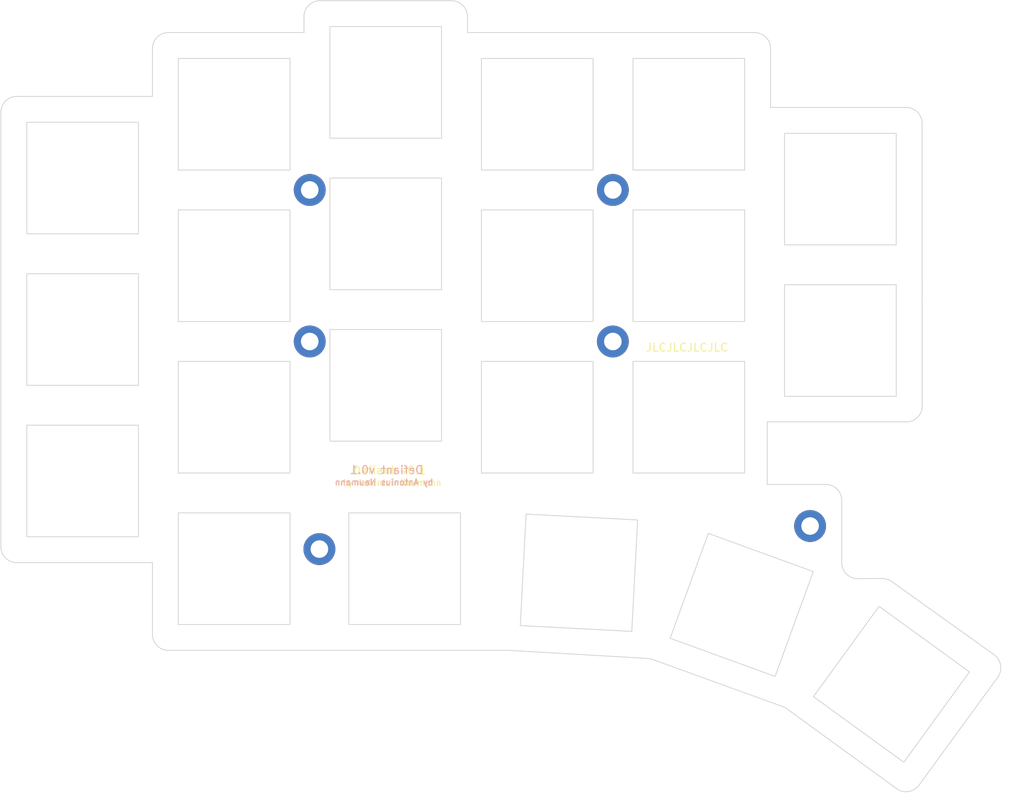
<source format=kicad_pcb>
(kicad_pcb (version 20221018) (generator pcbnew)
  (title_block (title "Defiant") (date "2024-02-18") (rev "v0.1"))
  (layers (0 "F.Cu" signal) (31 "B.Cu" signal) (34 "B.Paste" user) (35 "F.Paste" user) (36 "B.SilkS" user "B.Silkscreen") (37 "F.SilkS" user "F.Silkscreen") (38 "B.Mask" user) (39 "F.Mask" user) (44 "Edge.Cuts" user))
  (net 0 "")
  (footprint "Defiant:SW_Gateron_LowProfile_Plate" (layer "F.Cu") (at 109.018816 119.060449)
    (fp_text reference "T0" hide)
    (fp_text value "SW_PUSH" hide)
    (fp_rect (start -7 -7) (end 7 7) (stroke (width 0.1)) (fill none) (layer "Edge.Cuts"))
  )
  (footprint "Defiant:SW_Gateron_LowProfile_Plate" (layer "F.Cu") (at 152.244251 119.573324 -3)
    (fp_text reference "T2" hide)
    (fp_text value "SW_PUSH" hide)
    (fp_rect (start -7 -7) (end 7 7) (stroke (width 0.1)) (fill none) (layer "Edge.Cuts"))
  )
  (footprint "Seeedstudio XIAO:Screw Hole M2" (layer "F.Cu") (at 118.494251 90.563323)
    (fp_text reference "REF**" hide)
    (fp_text value "Screw Hole M2")
    (pad "1" thru_hole circle (at 0 0) (size 4 4) (drill 2.2) (layers "*.Cu" "*.Mask"))
  )
  (footprint "" (layer "F.Cu") (at 181.22 113.71)
    (fp_text reference "" (at 0 0) (layer "F.SilkS") (effects (font (size 1.27 1.27))))
    (fp_text value "" (at 0 0) (layer "F.SilkS") (effects (font (size 1.27 1.27))))
    (pad "1" thru_hole circle (at 0 0) (size 4 4) (drill 2.2) (layers "*.Cu" "*.Mask"))
  )
  (footprint "" (layer "F.Cu") (at 119.704251 116.603323)
    (fp_text reference "" (at 0 0) (layer "F.SilkS") (effects (font (size 1.27 1.27))))
    (fp_text value "" (at 0 0) (layer "F.SilkS") (effects (font (size 1.27 1.27))))
    (pad "1" thru_hole circle (at 0 0) (size 4 4) (drill 2.2) (layers "*.Cu" "*.Mask"))
  )
  (footprint "Defiant:SW_Gateron_LowProfile_Plate" (layer "F.Cu") (at 185.018821 71.443323)
    (fp_text reference "C5R2" hide)
    (fp_text value "SW_PUSH" hide)
    (fp_rect (start -7 -7) (end 7 7) (stroke (width 0.1)) (fill none) (layer "Edge.Cuts"))
  )
  (footprint "Defiant:SW_Gateron_LowProfile_Plate" (layer "F.Cu") (at 191.41961 133.562895 -36)
    (fp_text reference "T4" hide)
    (fp_text value "SW_PUSH" hide)
    (fp_rect (start -7 -7) (end 7 7) (stroke (width 0.1)) (fill none) (layer "Edge.Cuts"))
  )
  (footprint "Defiant:SW_Gateron_LowProfile_Plate" (layer "F.Cu") (at 130.393816 119.060448)
    (fp_text reference "T1" hide)
    (fp_text value "SW_PUSH" hide)
    (fp_rect (start -7 -7) (end 7 7) (stroke (width 0.1)) (fill none) (layer "Edge.Cuts"))
  )
  (footprint "Seeedstudio XIAO:Screw Hole M2" (layer "F.Cu") (at 156.494251 71.553323)
    (fp_text reference "REF**" hide)
    (fp_text value "Screw Hole M2")
    (pad "1" thru_hole circle (at 0 0) (size 4 4) (drill 2.2) (layers "*.Cu" "*.Mask"))
  )
  (footprint "Defiant:SW_Gateron_LowProfile_Plate" (layer "F.Cu") (at 172.64683 123.606691 -20)
    (fp_text reference "T3" hide)
    (fp_text value "SW_PUSH" hide)
    (fp_rect (start -7 -7) (end 7 7) (stroke (width 0.1)) (fill none) (layer "Edge.Cuts"))
  )
  (footprint "Defiant:SW_Gateron_LowProfile_Plate" (layer "F.Cu") (at 185.018821 90.443323)
    (fp_text reference "C5R3" hide)
    (fp_text value "SW_PUSH" hide)
    (fp_rect (start -7 -7) (end 7 7) (stroke (width 0.1)) (fill none) (layer "Edge.Cuts"))
  )
  (footprint "Seeedstudio XIAO:Screw Hole M2" (layer "F.Cu") (at 118.494251 71.553323)
    (fp_text reference "REF**" hide)
    (fp_text value "Screw Hole M2")
    (pad "1" thru_hole circle (at 0 0) (size 4 4) (drill 2.2) (layers "*.Cu" "*.Mask"))
  )
  (footprint "Seeedstudio XIAO:Screw Hole M2" (layer "F.Cu") (at 156.494251 90.563323)
    (fp_text reference "REF**" hide)
    (fp_text value "Screw Hole M2")
    (pad "1" thru_hole circle (at 0 0) (size 4 4) (drill 2.2) (layers "*.Cu" "*.Mask"))
  )
  (footprint "Defiant:SW_Gateron_LowProfile_Plate" (layer "B.Cu") (at 147.018815 62.060448 180)
    (fp_text reference "C3R1" hide)
    (fp_text value "SW_PUSH" hide)
    (fp_rect (start -7 7) (end 7 -7) (stroke (width 0.1)) (fill none) (layer "Edge.Cuts"))
  )
  (footprint "Defiant:SW_Gateron_LowProfile_Plate" (layer "B.Cu") (at 147.018816 100.060447 180)
    (fp_text reference "C3R3" hide)
    (fp_text value "SW_PUSH" hide)
    (fp_rect (start -7 7) (end 7 -7) (stroke (width 0.1)) (fill none) (layer "Edge.Cuts"))
  )
  (footprint "Defiant:SW_Gateron_LowProfile_Plate" (layer "B.Cu") (at 128.018815 96.060447 180)
    (fp_text reference "C2R3" hide)
    (fp_text value "SW_PUSH" hide)
    (fp_rect (start -7 7) (end 7 -7) (stroke (width 0.1)) (fill none) (layer "Edge.Cuts"))
  )
  (footprint "Defiant:SW_Gateron_LowProfile_Plate" (layer "B.Cu") (at 147.018815 81.060448 180)
    (fp_text reference "C3R2" hide)
    (fp_text value "SW_PUSH" hide)
    (fp_rect (start -7 7) (end 7 -7) (stroke (width 0.1)) (fill none) (layer "Edge.Cuts"))
  )
  (footprint "Defiant:SW_Gateron_LowProfile_Plate" (layer "B.Cu") (at 90.018816 89.060447 180)
    (fp_text reference "C0R2" hide)
    (fp_text value "SW_PUSH" hide)
    (fp_rect (start -7 7) (end 7 -7) (stroke (width 0.1)) (fill none) (layer "Edge.Cuts"))
  )
  (footprint "Defiant:SW_Gateron_LowProfile_Plate" (layer "B.Cu") (at 90.018816 70.060448 180)
    (fp_text reference "C0R1" hide)
    (fp_text value "SW_PUSH" hide)
    (fp_rect (start -7 7) (end 7 -7) (stroke (width 0.1)) (fill none) (layer "Edge.Cuts"))
  )
  (footprint "Defiant:SW_Gateron_LowProfile_Plate" (layer "B.Cu") (at 90.018815 108.060447 180)
    (fp_text reference "C0R3" hide)
    (fp_text value "SW_PUSH" hide)
    (fp_rect (start -7 7) (end 7 -7) (stroke (width 0.1)) (fill none) (layer "Edge.Cuts"))
  )
  (footprint "Defiant:SW_Gateron_LowProfile_Plate" (layer "B.Cu") (at 166.018816 81.060447 180)
    (fp_text reference "C4R2" hide)
    (fp_text value "SW_PUSH" hide)
    (fp_rect (start -7 7) (end 7 -7) (stroke (width 0.1)) (fill none) (layer "Edge.Cuts"))
  )
  (footprint "Defiant:SW_Gateron_LowProfile_Plate" (layer "B.Cu") (at 109.018815 100.060447 180)
    (fp_text reference "C1R3" hide)
    (fp_text value "SW_PUSH" hide)
    (fp_rect (start -7 7) (end 7 -7) (stroke (width 0.1)) (fill none) (layer "Edge.Cuts"))
  )
  (footprint "Defiant:SW_Gateron_LowProfile_Plate" (layer "B.Cu") (at 128.018815 77.060447 180)
    (fp_text reference "C2R2" hide)
    (fp_text value "SW_PUSH" hide)
    (fp_rect (start -7 7) (end 7 -7) (stroke (width 0.1)) (fill none) (layer "Edge.Cuts"))
  )
  (footprint "Defiant:SW_Gateron_LowProfile_Plate" (layer "B.Cu") (at 128.018815 58.060447 180)
    (fp_text reference "C2R1" hide)
    (fp_text value "SW_PUSH" hide)
    (fp_rect (start -7 7) (end 7 -7) (stroke (width 0.1)) (fill none) (layer "Edge.Cuts"))
  )
  (footprint "Defiant:SW_Gateron_LowProfile_Plate" (layer "B.Cu") (at 109.018815 81.060448 180)
    (fp_text reference "C1R2" hide)
    (fp_text value "SW_PUSH" hide)
    (fp_rect (start -7 7) (end 7 -7) (stroke (width 0.1)) (fill none) (layer "Edge.Cuts"))
  )
  (footprint "Defiant:SW_Gateron_LowProfile_Plate" (layer "B.Cu") (at 166.018815 100.060447 180)
    (fp_text reference "C4R3" hide)
    (fp_text value "SW_PUSH" hide)
    (fp_rect (start -7 7) (end 7 -7) (stroke (width 0.1)) (fill none) (layer "Edge.Cuts"))
  )
  (footprint "Defiant:SW_Gateron_LowProfile_Plate" (layer "B.Cu") (at 109.018817 62.060447 180)
    (fp_text reference "C1R1" hide)
    (fp_text value "SW_PUSH" hide)
    (fp_rect (start -7 7) (end 7 -7) (stroke (width 0.1)) (fill none) (layer "Edge.Cuts"))
  )
  (footprint "Defiant:SW_Gateron_LowProfile_Plate" (layer "B.Cu") (at 166.018815 62.060447 180)
    (fp_text reference "C4R1" hide)
    (fp_text value "SW_PUSH" hide)
    (fp_rect (start -7 7) (end 7 -7) (stroke (width 0.1)) (fill none) (layer "Edge.Cuts"))
  )
  (gr_line (start 119.774252 47.813324) (end 136.26425 47.813324) (stroke (width 0.1)) (layer "Edge.Cuts"))
  (gr_line (start 195.26427 63.203304) (end 195.269951 98.659951) (stroke (width 0.1)) (layer "Edge.Cuts"))
  (gr_arc (start 174.264362 51.813324) (mid 175.678568 52.399114) (end 176.264362 53.813324) (stroke (width 0.1)) (layer "Edge.Cuts"))
  (gr_line (start 161.844251 130.583323) (end 178.052037 136.45323) (stroke (width 0.1)) (layer "Edge.Cuts"))
  (gr_arc (start 160.771011 130.315765) (mid 161.317896 130.408369) (end 161.844251 130.583323) (stroke (width 0.1)) (layer "Edge.Cuts"))
  (gr_line (start 176.264362 53.813324) (end 176.264362 61.203323) (stroke (width 0.1)) (layer "Edge.Cuts"))
  (gr_line (start 143.384251 129.303322) (end 160.771011 130.315765) (stroke (width 0.1)) (layer "Edge.Cuts"))
  (gr_arc (start 204.275479 129.844207) (mid 205.1 131.16) (end 204.752619 132.673431) (stroke (width 0.1)) (layer "Edge.Cuts"))
  (gr_arc (start 195.269951 98.659951) (mid 194.684179 100.074179) (end 193.269951 100.659951) (stroke (width 0.1)) (layer "Edge.Cuts"))
  (gr_line (start 193.27 100.65) (end 175.85 100.65) (stroke (width 0.1)) (layer "Edge.Cuts"))
  (gr_line (start 204.275479 129.844207) (end 191.296753 120.563385) (stroke (width 0.1)) (layer "Edge.Cuts"))
  (gr_line (start 98.774252 53.813324) (end 98.774251 59.813323) (stroke (width 0.1)) (layer "Edge.Cuts"))
  (gr_line (start 81.774251 59.813323) (end 98.774251 59.813323) (stroke (width 0.1)) (layer "Edge.Cuts"))
  (gr_line (start 98.774252 127.303322) (end 98.774252 118.303323) (stroke (width 0.1)) (layer "Edge.Cuts"))
  (gr_line (start 183.19 108.5) (end 175.85 108.5) (stroke (width 0.1)) (layer "Edge.Cuts"))
  (gr_line (start 175.85 100.65) (end 175.85 108.5) (stroke (width 0.1)) (layer "Edge.Cuts"))
  (gr_arc (start 117.774252 49.813324) (mid 118.360038 48.39911) (end 119.774252 47.813324) (stroke (width 0.1)) (layer "Edge.Cuts"))
  (gr_arc (start 183.19 108.5) (mid 184.604228 109.085772) (end 185.19 110.5) (stroke (width 0.1)) (layer "Edge.Cuts"))
  (gr_arc (start 100.774252 129.303322) (mid 99.360038 128.717536) (end 98.774252 127.303322) (stroke (width 0.1)) (layer "Edge.Cuts"))
  (gr_arc (start 81.774251 118.303323) (mid 80.360037 117.717537) (end 79.774251 116.303323) (stroke (width 0.1)) (layer "Edge.Cuts"))
  (gr_line (start 185.184214 118.31) (end 185.19 110.5) (stroke (width 0.1)) (layer "Edge.Cuts"))
  (gr_arc (start 98.774252 53.813324) (mid 99.360038 52.39911) (end 100.774252 51.813324) (stroke (width 0.1)) (layer "Edge.Cuts"))
  (gr_arc (start 194.870117 146.218857) (mid 193.564943 147.018681) (end 192.076512 146.66132) (stroke (width 0.1)) (layer "Edge.Cuts"))
  (gr_line (start 79.774251 61.813323) (end 79.774251 116.303323) (stroke (width 0.1)) (layer "Edge.Cuts"))
  (gr_line (start 100.774252 51.813324) (end 117.774252 51.813324) (stroke (width 0.1)) (layer "Edge.Cuts"))
  (gr_arc (start 136.26425 47.813324) (mid 137.678464 48.39911) (end 138.26425 49.813324) (stroke (width 0.1)) (layer "Edge.Cuts"))
  (gr_line (start 174.264362 51.813324) (end 138.264251 51.813324) (stroke (width 0.1)) (layer "Edge.Cuts"))
  (gr_arc (start 79.774251 61.813323) (mid 80.360037 60.399109) (end 81.774251 59.813323) (stroke (width 0.1)) (layer "Edge.Cuts"))
  (gr_line (start 117.774252 49.813324) (end 117.774253 51.813324) (stroke (width 0.1)) (layer "Edge.Cuts"))
  (gr_arc (start 190.210153 120.286479) (mid 190.77 120.36) (end 191.296753 120.563385) (stroke (width 0.1)) (layer "Edge.Cuts"))
  (gr_line (start 100.774252 129.303322) (end 143.384251 129.303322) (stroke (width 0.1)) (layer "Edge.Cuts"))
  (gr_line (start 204.752619 132.673431) (end 194.870116 146.218833) (stroke (width 0.1)) (layer "Edge.Cuts"))
  (gr_line (start 190.210153 120.286479) (end 187.184214 120.31) (stroke (width 0.1)) (layer "Edge.Cuts"))
  (gr_line (start 138.26425 49.813324) (end 138.26425 51.813323) (stroke (width 0.1)) (layer "Edge.Cuts"))
  (gr_line (start 81.774251 118.303323) (end 98.774252 118.303323) (stroke (width 0.1)) (layer "Edge.Cuts"))
  (gr_arc (start 193.26427 61.203304) (mid 194.678478 61.789096) (end 195.26427 63.203304) (stroke (width 0.1)) (layer "Edge.Cuts"))
  (gr_line (start 193.26427 61.203304) (end 176.264251 61.203304) (stroke (width 0.1)) (layer "Edge.Cuts"))
  (gr_line (start 192.076512 146.66132) (end 178.052037 136.45323) (stroke (width 0.1)) (layer "Edge.Cuts"))
  (gr_arc (start 187.184214 120.31) (mid 185.77 119.724214) (end 185.184214 118.31) (stroke (width 0.1)) (layer "Edge.Cuts"))
  (gr_text "by Antonius Naumann" (at 134.066424 108.66) (layer "B.SilkS") (effects (font (size 0.75 0.75)) (justify left bottom mirror)))
  (gr_text "Defiant v0.1" (at 132.816424 107.26) (layer "B.SilkS") (effects (font (size 1 1)) (justify left bottom mirror)))
  (gr_text "JLCJLCJLCJLC" (at 160.55 91.9) (layer "F.SilkS") (effects (font (size 1 1)) (justify left bottom)))
  (gr_text "by Antonius Naumann" (at 122.57 108.71) (layer "F.SilkS") (effects (font (size 0.75 0.75)) (justify left bottom)))
  (gr_text "Defiant v0.1" (at 123.82 107.31) (layer "F.SilkS") (effects (font (size 1 1)) (justify left bottom)))
)
</source>
